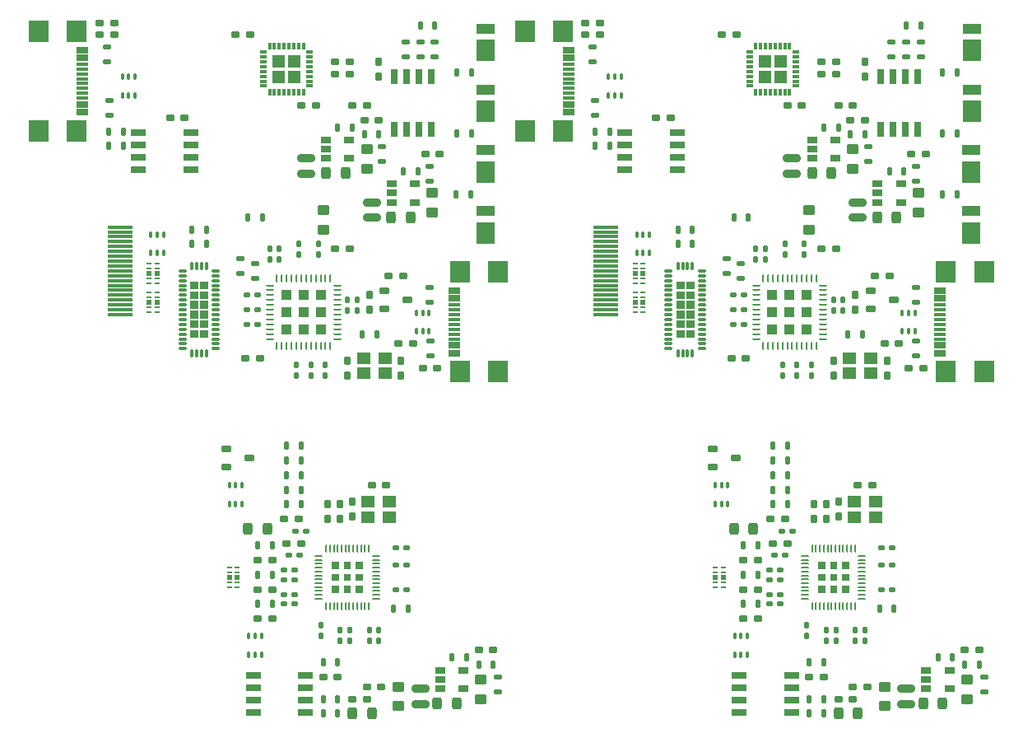
<source format=gtp>
%FSLAX46Y46*%
%MOMM*%
%AMPS40*
21,1,1.000000,1.000000,0.000000,0.000000,180.000000*
4,1,4,
-1.250000,0.500000,
-1.250000,-0.500000,
-2.250000,-0.500000,
-2.250000,0.500000,
-1.250000,0.500000,
0*
4,1,4,
2.250000,-1.250000,
2.250000,-2.250000,
1.250000,-2.250000,
1.250000,-1.250000,
2.250000,-1.250000,
0*
4,1,4,
-1.250000,2.250000,
-1.250000,1.250000,
-2.250000,1.250000,
-2.250000,2.250000,
-1.250000,2.250000,
0*
4,1,4,
2.250000,0.500000,
2.250000,-0.500000,
1.250000,-0.500000,
1.250000,0.500000,
2.250000,0.500000,
0*
4,1,4,
-1.250000,-1.250000,
-1.250000,-2.250000,
-2.250000,-2.250000,
-2.250000,-1.250000,
-1.250000,-1.250000,
0*
4,1,4,
2.250000,2.250000,
2.250000,1.250000,
1.250000,1.250000,
1.250000,2.250000,
2.250000,2.250000,
0*
4,1,4,
0.500000,2.250000,
0.500000,1.250000,
-0.500000,1.250000,
-0.500000,2.250000,
0.500000,2.250000,
0*
4,1,4,
0.500000,-1.250000,
0.500000,-2.250000,
-0.500000,-2.250000,
-0.500000,-1.250000,
0.500000,-1.250000,
0*
%
%ADD40PS40*%
%AMPS44*
21,1,0.750000,0.750000,0.000000,0.000000,90.000000*
4,1,4,
0.375000,0.875000,
-0.375000,0.875000,
-0.375000,1.625000,
0.375000,1.625000,
0.375000,0.875000,
0*
4,1,4,
-0.875000,-1.625000,
-1.625000,-1.625000,
-1.625000,-0.875000,
-0.875000,-0.875000,
-0.875000,-1.625000,
0*
4,1,4,
1.625000,0.875000,
0.875000,0.875000,
0.875000,1.625000,
1.625000,1.625000,
1.625000,0.875000,
0*
4,1,4,
0.375000,-1.625000,
-0.375000,-1.625000,
-0.375000,-0.875000,
0.375000,-0.875000,
0.375000,-1.625000,
0*
4,1,4,
-0.875000,0.875000,
-1.625000,0.875000,
-1.625000,1.625000,
-0.875000,1.625000,
-0.875000,0.875000,
0*
4,1,4,
1.625000,-1.625000,
0.875000,-1.625000,
0.875000,-0.875000,
1.625000,-0.875000,
1.625000,-1.625000,
0*
4,1,4,
1.625000,-0.375000,
0.875000,-0.375000,
0.875000,0.375000,
1.625000,0.375000,
1.625000,-0.375000,
0*
4,1,4,
-0.875000,-0.375000,
-1.625000,-0.375000,
-1.625000,0.375000,
-0.875000,0.375000,
-0.875000,-0.375000,
0*
%
%ADD44PS44*%
%AMPS23*
21,1,0.250000,0.500000,0.000000,0.000000,90.000000*
%
%ADD23PS23*%
%AMPS26*
21,1,0.250000,0.500000,0.000000,0.000000,270.000000*
%
%ADD26PS26*%
%AMPS46*
21,1,0.600000,1.500000,0.000000,0.000000,0.000000*
%
%ADD46PS46*%
%AMPS35*
21,1,0.600000,1.500000,0.000000,0.000000,90.000000*
%
%ADD35PS35*%
%AMPS47*
21,1,0.600000,1.500000,0.000000,0.000000,180.000000*
%
%ADD47PS47*%
%AMPS34*
21,1,0.600000,1.500000,0.000000,0.000000,270.000000*
%
%ADD34PS34*%
%AMPS24*
21,1,0.450000,0.500000,0.000000,0.000000,90.000000*
%
%ADD24PS24*%
%AMPS25*
21,1,0.450000,0.500000,0.000000,0.000000,270.000000*
%
%ADD25PS25*%
%AMPS53*
21,1,0.600000,1.150000,0.000000,0.000000,90.000000*
%
%ADD53PS53*%
%AMPS28*
21,1,0.600000,1.150000,0.000000,0.000000,270.000000*
%
%ADD28PS28*%
%AMPS57*
21,1,0.300000,0.600000,0.000000,0.000000,0.000000*
%
%ADD57PS57*%
%AMPS59*
21,1,0.300000,0.600000,0.000000,0.000000,90.000000*
%
%ADD59PS59*%
%AMPS58*
21,1,0.300000,0.600000,0.000000,0.000000,180.000000*
%
%ADD58PS58*%
%AMPS60*
21,1,0.300000,0.600000,0.000000,0.000000,270.000000*
%
%ADD60PS60*%
%AMPS33*
21,1,1.100000,1.880000,0.000000,0.000000,90.000000*
%
%ADD33PS33*%
%AMPS63*
21,1,0.300000,2.600000,0.000000,0.000000,270.000000*
%
%ADD63PS63*%
%AMPS32*
21,1,2.200000,1.880000,0.000000,0.000000,90.000000*
%
%ADD32PS32*%
%AMPS54*
21,1,2.180000,2.000000,0.000000,0.000000,90.000000*
%
%ADD54PS54*%
%AMPS29*
21,1,2.180000,2.000000,0.000000,0.000000,270.000000*
%
%ADD29PS29*%
%AMPS55*
21,1,0.300000,1.150000,0.000000,0.000000,90.000000*
%
%ADD55PS55*%
%AMPS30*
21,1,0.300000,1.150000,0.000000,0.000000,270.000000*
%
%ADD30PS30*%
%AMPS45*
21,1,0.700000,1.000000,0.000000,0.000000,270.000000*
%
%ADD45PS45*%
%AMPS52*
21,1,1.400000,1.200000,0.000000,0.000000,0.000000*
%
%ADD52PS52*%
%AMPS56*
21,1,1.400000,1.200000,0.000000,0.000000,180.000000*
%
%ADD56PS56*%
%AMPS50*
4,1,4,
-0.100000,-2.100000,
-0.100000,-2.900000,
-0.900000,-2.900000,
-0.900000,-2.100000,
-0.100000,-2.100000,
0*
4,1,4,
0.900000,0.900000,
0.900000,0.100000,
0.100000,0.100000,
0.100000,0.900000,
0.900000,0.900000,
0*
4,1,4,
-0.100000,1.900000,
-0.100000,1.100000,
-0.900000,1.100000,
-0.900000,1.900000,
-0.100000,1.900000,
0*
4,1,4,
-0.100000,0.900000,
-0.100000,0.100000,
-0.900000,0.100000,
-0.900000,0.900000,
-0.100000,0.900000,
0*
4,1,4,
0.900000,1.900000,
0.900000,1.100000,
0.100000,1.100000,
0.100000,1.900000,
0.900000,1.900000,
0*
4,1,4,
-0.100000,-1.100000,
-0.100000,-1.900000,
-0.900000,-1.900000,
-0.900000,-1.100000,
-0.100000,-1.100000,
0*
4,1,4,
0.900000,-0.100000,
0.900000,-0.900000,
0.100000,-0.900000,
0.100000,-0.100000,
0.900000,-0.100000,
0*
4,1,4,
0.900000,2.900000,
0.900000,2.100000,
0.100000,2.100000,
0.100000,2.900000,
0.900000,2.900000,
0*
4,1,4,
0.900000,-2.100000,
0.900000,-2.900000,
0.100000,-2.900000,
0.100000,-2.100000,
0.900000,-2.100000,
0*
4,1,4,
0.900000,-1.100000,
0.900000,-1.900000,
0.100000,-1.900000,
0.100000,-1.100000,
0.900000,-1.100000,
0*
4,1,4,
-0.100000,2.900000,
-0.100000,2.100000,
-0.900000,2.100000,
-0.900000,2.900000,
-0.100000,2.900000,
0*
4,1,4,
-0.100000,-0.100000,
-0.100000,-0.900000,
-0.900000,-0.900000,
-0.900000,-0.100000,
-0.100000,-0.100000,
0*
%
%ADD50PS50*%
%AMPS21*
1,1,0.360000,-0.220000,-0.195000*
1,1,0.360000,-0.220000,0.195000*
21,1,0.800000,0.390000,0.000000,0.000000,0.000000*
21,1,0.440000,0.750000,0.000000,0.000000,0.000000*
1,1,0.360000,0.220000,-0.195000*
1,1,0.360000,0.220000,0.195000*
%
%ADD21PS21*%
%AMPS51*
1,1,0.360000,0.195000,-0.220000*
1,1,0.360000,-0.195000,-0.220000*
21,1,0.800000,0.390000,0.000000,0.000000,90.000000*
21,1,0.440000,0.750000,0.000000,0.000000,90.000000*
1,1,0.360000,0.195000,0.220000*
1,1,0.360000,-0.195000,0.220000*
%
%ADD51PS51*%
%AMPS13*
1,1,0.360000,0.220000,0.195000*
1,1,0.360000,0.220000,-0.195000*
21,1,0.800000,0.390000,0.000000,0.000000,180.000000*
21,1,0.440000,0.750000,0.000000,0.000000,180.000000*
1,1,0.360000,-0.220000,0.195000*
1,1,0.360000,-0.220000,-0.195000*
%
%ADD13PS13*%
%AMPS36*
1,1,0.360000,-0.195000,0.220000*
1,1,0.360000,0.195000,0.220000*
21,1,0.800000,0.390000,0.000000,0.000000,270.000000*
21,1,0.440000,0.750000,0.000000,0.000000,270.000000*
1,1,0.360000,-0.195000,-0.220000*
1,1,0.360000,0.195000,-0.220000*
%
%ADD36PS36*%
%AMPS12*
1,1,0.500000,-0.250000,-0.375000*
1,1,0.500000,-0.250000,0.375000*
21,1,1.000000,0.750000,0.000000,0.000000,0.000000*
21,1,0.500000,1.250000,0.000000,0.000000,0.000000*
1,1,0.500000,0.250000,-0.375000*
1,1,0.500000,0.250000,0.375000*
%
%ADD12PS12*%
%AMPS14*
1,1,0.500000,0.375000,-0.250000*
1,1,0.500000,-0.375000,-0.250000*
21,1,1.000000,0.750000,0.000000,0.000000,90.000000*
21,1,0.500000,1.250000,0.000000,0.000000,90.000000*
1,1,0.500000,0.375000,0.250000*
1,1,0.500000,-0.375000,0.250000*
%
%ADD14PS14*%
%AMPS62*
1,1,0.500000,0.250000,0.375000*
1,1,0.500000,0.250000,-0.375000*
21,1,1.000000,0.750000,0.000000,0.000000,180.000000*
21,1,0.500000,1.250000,0.000000,0.000000,180.000000*
1,1,0.500000,-0.250000,0.375000*
1,1,0.500000,-0.250000,-0.375000*
%
%ADD62PS62*%
%AMPS19*
1,1,0.500000,-0.375000,0.250000*
1,1,0.500000,0.375000,0.250000*
21,1,1.000000,0.750000,0.000000,0.000000,270.000000*
21,1,0.500000,1.250000,0.000000,0.000000,270.000000*
1,1,0.500000,-0.375000,-0.250000*
1,1,0.500000,0.375000,-0.250000*
%
%ADD19PS19*%
%AMPS39*
1,1,0.125000,0.062500,0.337500*
1,1,0.125000,0.062500,-0.337500*
21,1,0.250000,0.675000,0.000000,0.000000,180.000000*
21,1,0.125000,0.800000,0.000000,0.000000,180.000000*
1,1,0.125000,-0.062500,0.337500*
1,1,0.125000,-0.062500,-0.337500*
%
%ADD39PS39*%
%AMPS15*
1,1,0.240000,-0.130000,-0.330000*
1,1,0.240000,-0.130000,0.330000*
21,1,0.500000,0.660000,0.000000,0.000000,0.000000*
21,1,0.260000,0.900000,0.000000,0.000000,0.000000*
1,1,0.240000,0.130000,-0.330000*
1,1,0.240000,0.130000,0.330000*
%
%ADD15PS15*%
%AMPS27*
1,1,0.240000,0.330000,-0.130000*
1,1,0.240000,-0.330000,-0.130000*
21,1,0.500000,0.660000,0.000000,0.000000,90.000000*
21,1,0.260000,0.900000,0.000000,0.000000,90.000000*
1,1,0.240000,0.330000,0.130000*
1,1,0.240000,-0.330000,0.130000*
%
%ADD27PS27*%
%AMPS11*
1,1,0.240000,0.130000,0.330000*
1,1,0.240000,0.130000,-0.330000*
21,1,0.500000,0.660000,0.000000,0.000000,180.000000*
21,1,0.260000,0.900000,0.000000,0.000000,180.000000*
1,1,0.240000,-0.130000,0.330000*
1,1,0.240000,-0.130000,-0.330000*
%
%ADD11PS11*%
%AMPS31*
1,1,0.240000,-0.330000,0.130000*
1,1,0.240000,0.330000,0.130000*
21,1,0.500000,0.660000,0.000000,0.000000,270.000000*
21,1,0.260000,0.900000,0.000000,0.000000,270.000000*
1,1,0.240000,-0.330000,-0.130000*
1,1,0.240000,0.330000,-0.130000*
%
%ADD31PS31*%
%AMPS18*
1,1,0.200000,-0.110000,-0.200000*
1,1,0.200000,-0.110000,0.200000*
21,1,0.420000,0.400000,0.000000,0.000000,0.000000*
21,1,0.220000,0.600000,0.000000,0.000000,0.000000*
1,1,0.200000,0.110000,-0.200000*
1,1,0.200000,0.110000,0.200000*
%
%ADD18PS18*%
%AMPS17*
1,1,0.200000,0.110000,0.200000*
1,1,0.200000,0.110000,-0.200000*
21,1,0.420000,0.400000,0.000000,0.000000,180.000000*
21,1,0.220000,0.600000,0.000000,0.000000,180.000000*
1,1,0.200000,-0.110000,0.200000*
1,1,0.200000,-0.110000,-0.200000*
%
%ADD17PS17*%
%AMPS42*
1,1,0.100000,0.050000,-0.375000*
1,1,0.100000,-0.050000,-0.375000*
21,1,0.850000,0.100000,0.000000,0.000000,90.000000*
21,1,0.750000,0.200000,0.000000,0.000000,90.000000*
1,1,0.100000,0.050000,0.375000*
1,1,0.100000,-0.050000,0.375000*
%
%ADD42PS42*%
%AMPS16*
1,1,0.500000,-0.650000,0.150000*
1,1,0.500000,0.650000,0.150000*
21,1,0.800000,1.300000,0.000000,0.000000,270.000000*
21,1,0.300000,1.800000,0.000000,0.000000,270.000000*
1,1,0.500000,-0.650000,-0.150000*
1,1,0.500000,0.650000,-0.150000*
%
%ADD16PS16*%
%AMPS37*
1,1,0.240000,-0.180000,-0.130000*
1,1,0.240000,-0.180000,0.130000*
21,1,0.600000,0.260000,0.000000,0.000000,0.000000*
21,1,0.360000,0.500000,0.000000,0.000000,0.000000*
1,1,0.240000,0.180000,-0.130000*
1,1,0.240000,0.180000,0.130000*
%
%ADD37PS37*%
%AMPS10*
1,1,0.240000,0.130000,-0.180000*
1,1,0.240000,-0.130000,-0.180000*
21,1,0.600000,0.260000,0.000000,0.000000,90.000000*
21,1,0.360000,0.500000,0.000000,0.000000,90.000000*
1,1,0.240000,0.130000,0.180000*
1,1,0.240000,-0.130000,0.180000*
%
%ADD10PS10*%
%AMPS22*
1,1,0.240000,0.180000,0.130000*
1,1,0.240000,0.180000,-0.130000*
21,1,0.600000,0.260000,0.000000,0.000000,180.000000*
21,1,0.360000,0.500000,0.000000,0.000000,180.000000*
1,1,0.240000,-0.180000,0.130000*
1,1,0.240000,-0.180000,-0.130000*
%
%ADD22PS22*%
%AMPS20*
1,1,0.240000,-0.130000,0.180000*
1,1,0.240000,0.130000,0.180000*
21,1,0.600000,0.260000,0.000000,0.000000,270.000000*
21,1,0.360000,0.500000,0.000000,0.000000,270.000000*
1,1,0.240000,-0.130000,-0.180000*
1,1,0.240000,0.130000,-0.180000*
%
%ADD20PS20*%
%AMPS41*
1,1,0.340000,0.330000,-0.180000*
1,1,0.340000,-0.330000,-0.180000*
21,1,0.700000,0.660000,0.000000,0.000000,90.000000*
21,1,0.360000,1.000000,0.000000,0.000000,90.000000*
1,1,0.340000,0.330000,0.180000*
1,1,0.340000,-0.330000,0.180000*
%
%ADD41PS41*%
%AMPS43*
1,1,0.100000,0.375000,-0.050000*
1,1,0.100000,-0.375000,-0.050000*
21,1,0.200000,0.750000,0.000000,0.000000,90.000000*
21,1,0.100000,0.850000,0.000000,0.000000,90.000000*
1,1,0.100000,0.375000,0.050000*
1,1,0.100000,-0.375000,0.050000*
%
%ADD43PS43*%
%AMPS49*
1,1,0.124000,0.088000,0.363000*
1,1,0.124000,0.088000,-0.363000*
21,1,0.300000,0.726000,0.000000,0.000000,180.000000*
21,1,0.176000,0.850000,0.000000,0.000000,180.000000*
1,1,0.124000,-0.088000,0.363000*
1,1,0.124000,-0.088000,-0.363000*
%
%ADD49PS49*%
%AMPS48*
1,1,0.124000,-0.363000,0.088000*
1,1,0.124000,0.363000,0.088000*
21,1,0.300000,0.726000,0.000000,0.000000,270.000000*
21,1,0.176000,0.850000,0.000000,0.000000,270.000000*
1,1,0.124000,-0.363000,-0.088000*
1,1,0.124000,0.363000,-0.088000*
%
%ADD48PS48*%
%AMPS38*
1,1,0.125000,0.337500,0.062500*
1,1,0.125000,0.337500,-0.062500*
21,1,0.800000,0.125000,0.000000,0.000000,180.000000*
21,1,0.675000,0.250000,0.000000,0.000000,180.000000*
1,1,0.125000,-0.337500,0.062500*
1,1,0.125000,-0.337500,-0.062500*
%
%ADD38PS38*%
%AMPS61*
4,1,4,
-0.206250,1.443750,
-0.206250,0.206250,
-1.443750,0.206250,
-1.443750,1.443750,
-0.206250,1.443750,
0*
4,1,4,
-0.206250,-0.206250,
-0.206250,-1.443750,
-1.443750,-1.443750,
-1.443750,-0.206250,
-0.206250,-0.206250,
0*
4,1,4,
1.443750,-0.206250,
1.443750,-1.443750,
0.206250,-1.443750,
0.206250,-0.206250,
1.443750,-0.206250,
0*
4,1,4,
1.443750,1.443750,
1.443750,0.206250,
0.206250,0.206250,
0.206250,1.443750,
1.443750,1.443750,
0*
%
%ADD61PS61*%
G01*
%LPD*%
G01*
%LPD*%
G75*
D10*
X22000000Y17300000D03*
D10*
X22000000Y16200000D03*
D11*
X20250000Y-9500000D03*
D11*
X18750000Y-9500000D03*
D11*
X20250000Y-5000000D03*
D11*
X18750000Y-5000000D03*
D12*
X29500056Y19999992D03*
D12*
X31500056Y19999992D03*
D13*
X13500000Y38750000D03*
D13*
X15000000Y38750000D03*
D14*
X22500008Y18750056D03*
D14*
X22500008Y20750056D03*
D15*
X15750000Y-19750000D03*
D15*
X17250000Y-19750000D03*
D15*
X29750000Y-20250000D03*
D15*
X31250000Y-20250000D03*
D16*
X20749992Y26049944D03*
D16*
X20749992Y24449944D03*
D15*
X461051Y28824203D03*
D15*
X1961051Y28824203D03*
D17*
X12850000Y-7550000D03*
D17*
X14150000Y-7550000D03*
D17*
X13500000Y-7550000D03*
D18*
X12850000Y-9450000D03*
D18*
X14150000Y-9450000D03*
D18*
X13500000Y-9450000D03*
D11*
X25500000Y29250000D03*
D11*
X24000000Y29250000D03*
D14*
X27000008Y25000056D03*
D14*
X27000008Y27000056D03*
D13*
X25500000Y-29500000D03*
D13*
X27000000Y-29500000D03*
D19*
X30249992Y-28250056D03*
D19*
X30249992Y-30250056D03*
D20*
X21250000Y3700000D03*
D20*
X21250000Y4800000D03*
D11*
X10500000Y17250000D03*
D11*
X9000000Y17250000D03*
D10*
X17000000Y16800000D03*
D10*
X17000000Y15700000D03*
D21*
X25250000Y34750000D03*
D21*
X23750000Y34750000D03*
D22*
X18450000Y-17250000D03*
D22*
X19550000Y-17250000D03*
D23*
X5400000Y13249998D03*
D23*
X5400000Y15249998D03*
D24*
X5400000Y14249998D03*
D25*
X4600000Y14249998D03*
D26*
X4600000Y15249998D03*
D26*
X4600000Y13249998D03*
D23*
X5400000Y13749998D03*
D26*
X4600000Y13749998D03*
D23*
X5400000Y14749998D03*
D26*
X4600000Y14749998D03*
D10*
X18000000Y16800000D03*
D10*
X18000000Y15700000D03*
D12*
X25500056Y-31000008D03*
D12*
X27500056Y-31000008D03*
D15*
X36250000Y28625000D03*
D15*
X37750000Y28625000D03*
D17*
X1850000Y34450000D03*
D17*
X3150000Y34450000D03*
D17*
X2500000Y34450000D03*
D18*
X1850000Y32550000D03*
D18*
X3150000Y32550000D03*
D18*
X2500000Y32550000D03*
D13*
X15750000Y-21250000D03*
D13*
X17250000Y-21250000D03*
D27*
X28587500Y25750000D03*
D27*
X28587500Y27250000D03*
D13*
X27500000Y-7500000D03*
D13*
X29000000Y-7500000D03*
D13*
X23750000Y16750000D03*
D13*
X25250000Y16750000D03*
D28*
X-2245000Y30800000D03*
D29*
X-2820000Y39110000D03*
D30*
X-2245000Y35250000D03*
D29*
X-6750000Y28890000D03*
D30*
X-2245000Y32750000D03*
D29*
X-2820000Y28890000D03*
D30*
X-2245000Y34250000D03*
D30*
X-2245000Y35750000D03*
D30*
X-2245000Y32250000D03*
D28*
X-2245000Y36400000D03*
D29*
X-6750000Y39110000D03*
D30*
X-2245000Y33750000D03*
D28*
X-2245000Y31600000D03*
D28*
X-2245000Y37200000D03*
D30*
X-2245000Y34750000D03*
D30*
X-2245000Y33250000D03*
D23*
X13650000Y-18000002D03*
D23*
X13650000Y-16000002D03*
D24*
X13650000Y-17000002D03*
D25*
X12850000Y-17000002D03*
D26*
X12850000Y-16000002D03*
D26*
X12850000Y-18000002D03*
D23*
X13650000Y-17500002D03*
D26*
X12850000Y-17500002D03*
D23*
X13650000Y-16500002D03*
D26*
X12850000Y-16500002D03*
D31*
X33520000Y7250000D03*
D31*
X33520000Y5750000D03*
D32*
X39250000Y30905000D03*
D33*
X39250000Y33145000D03*
D13*
X32750000Y4500000D03*
D13*
X34250000Y4500000D03*
D27*
X500000Y30500000D03*
D27*
X500000Y32000000D03*
D22*
X18450000Y-18750000D03*
D22*
X19550000Y-18750000D03*
D10*
X26000000Y11550000D03*
D10*
X26000000Y10450000D03*
D34*
X15300000Y-28365000D03*
D34*
X15300000Y-30905000D03*
D35*
X20700000Y-28365000D03*
D34*
X15300000Y-27095000D03*
D34*
X15300000Y-29635000D03*
D35*
X20700000Y-30905000D03*
D35*
X20700000Y-29635000D03*
D35*
X20700000Y-27095000D03*
D36*
X24250000Y-11000000D03*
D36*
X24250000Y-9500000D03*
D13*
X33000000Y26500000D03*
D13*
X34500000Y26500000D03*
D11*
X40000000Y-26000000D03*
D11*
X38500000Y-26000000D03*
D17*
X14850000Y-23050000D03*
D17*
X16150000Y-23050000D03*
D17*
X15500000Y-23050000D03*
D18*
X14850000Y-24950000D03*
D18*
X16150000Y-24950000D03*
D18*
X15500000Y-24950000D03*
D11*
X24000000Y-29500000D03*
D11*
X22500000Y-29500000D03*
D22*
X19700000Y-12250000D03*
D22*
X20800000Y-12250000D03*
D15*
X22500000Y-25750000D03*
D15*
X24000000Y-25750000D03*
D22*
X18450000Y-19750000D03*
D22*
X19550000Y-19750000D03*
D10*
X20000000Y17300000D03*
D10*
X20000000Y16200000D03*
D21*
X1000000Y38750000D03*
D21*
X-500000Y38750000D03*
D27*
X250000Y36000000D03*
D27*
X250000Y37500000D03*
D22*
X14700000Y9000000D03*
D22*
X15800000Y9000000D03*
D37*
X31050000Y-15750000D03*
D37*
X29950000Y-15750000D03*
D31*
X34000000Y38000000D03*
D31*
X34000000Y36500000D03*
D13*
X38500000Y-24500000D03*
D13*
X40000000Y-24500000D03*
D11*
X10500000Y18750000D03*
D11*
X9000000Y18750000D03*
D11*
X37250000Y-25250000D03*
D11*
X35750000Y-25250000D03*
D38*
X23950000Y10500000D03*
D39*
X21750000Y6800000D03*
D39*
X21250000Y6800000D03*
D38*
X23950000Y13000000D03*
D38*
X23950000Y9500000D03*
D39*
X20750000Y13700000D03*
D39*
X18750000Y6800000D03*
D40*
X20500000Y10250000D03*
D38*
X17050000Y7500000D03*
D38*
X23950000Y7500000D03*
D39*
X21250000Y13700000D03*
D38*
X17050000Y13000000D03*
D38*
X23950000Y11000000D03*
D39*
X20250000Y13700000D03*
D38*
X17050000Y11500000D03*
D38*
X23950000Y10000000D03*
D38*
X23950000Y12500000D03*
D38*
X17050000Y10000000D03*
D38*
X17050000Y12500000D03*
D39*
X19250000Y13700000D03*
D39*
X21750000Y13700000D03*
D39*
X17750000Y6800000D03*
D38*
X23950000Y12000000D03*
D39*
X23250000Y6800000D03*
D38*
X23950000Y9000000D03*
D38*
X17050000Y10500000D03*
D39*
X20750000Y6800000D03*
D39*
X20250000Y6800000D03*
D39*
X18250000Y6800000D03*
D38*
X17050000Y9000000D03*
D39*
X18250000Y13700000D03*
D39*
X22750000Y6800000D03*
D38*
X17050000Y8500000D03*
D38*
X23950000Y8500000D03*
D38*
X17050000Y9500000D03*
D38*
X23950000Y11500000D03*
D38*
X17050000Y12000000D03*
D39*
X17750000Y13700000D03*
D38*
X17050000Y8000000D03*
D39*
X18750000Y13700000D03*
D39*
X23250000Y13700000D03*
D39*
X22250000Y13700000D03*
D39*
X22250000Y6800000D03*
D39*
X22750000Y13700000D03*
D38*
X17050000Y11000000D03*
D38*
X23950000Y8000000D03*
D39*
X19250000Y6800000D03*
D39*
X19750000Y13700000D03*
D39*
X19750000Y6800000D03*
D18*
X33400000Y8300000D03*
D18*
X32100000Y8300000D03*
D18*
X32750000Y8300000D03*
D17*
X33400000Y10200000D03*
D17*
X32100000Y10200000D03*
D17*
X32750000Y10200000D03*
D14*
X38750008Y-29499944D03*
D14*
X38750008Y-27499944D03*
D41*
X31200000Y11500000D03*
D41*
X28800000Y12450000D03*
D41*
X28800000Y10550000D03*
D13*
X15750000Y-15250000D03*
D13*
X17250000Y-15250000D03*
D31*
X33500000Y12750000D03*
D31*
X33500000Y11250000D03*
D42*
X24800000Y-19950000D03*
D42*
X23200000Y-14050000D03*
D43*
X22050000Y-17600000D03*
D42*
X24400000Y-14050000D03*
D42*
X22800000Y-14050000D03*
D43*
X22050000Y-18800000D03*
D43*
X27950000Y-18000000D03*
D42*
X26800000Y-19950000D03*
D44*
X25000000Y-17000000D03*
D43*
X22050000Y-16000000D03*
D43*
X22050000Y-16800000D03*
D42*
X27200000Y-19950000D03*
D43*
X27950000Y-15200000D03*
D43*
X27950000Y-16800000D03*
D42*
X26000000Y-19950000D03*
D43*
X27950000Y-16400000D03*
D43*
X27950000Y-18400000D03*
D42*
X24800000Y-14050000D03*
D42*
X22800000Y-19950000D03*
D43*
X27950000Y-18800000D03*
D43*
X22050000Y-18000000D03*
D43*
X22050000Y-16400000D03*
D43*
X27950000Y-17600000D03*
D42*
X23200000Y-19950000D03*
D43*
X27950000Y-14800000D03*
D42*
X24000000Y-19950000D03*
D42*
X23600000Y-14050000D03*
D42*
X25200000Y-14050000D03*
D43*
X22050000Y-14800000D03*
D42*
X25600000Y-14050000D03*
D42*
X26400000Y-14050000D03*
D43*
X27950000Y-19200000D03*
D42*
X26800000Y-14050000D03*
D42*
X25200000Y-19950000D03*
D42*
X24400000Y-19950000D03*
D43*
X27950000Y-17200000D03*
D42*
X26400000Y-19950000D03*
D43*
X22050000Y-15200000D03*
D43*
X27950000Y-15600000D03*
D43*
X22050000Y-17200000D03*
D43*
X22050000Y-15600000D03*
D42*
X25600000Y-19950000D03*
D42*
X27200000Y-14050000D03*
D42*
X23600000Y-19950000D03*
D42*
X26000000Y-14050000D03*
D43*
X27950000Y-16000000D03*
D42*
X24000000Y-14050000D03*
D43*
X22050000Y-18400000D03*
D43*
X22050000Y-19200000D03*
D21*
X8250000Y30250000D03*
D21*
X6750000Y30250000D03*
D35*
X8911051Y26189203D03*
D35*
X8911051Y28729203D03*
D34*
X3511051Y26189203D03*
D35*
X8911051Y24919203D03*
D35*
X8911051Y27459203D03*
D34*
X3511051Y28729203D03*
D34*
X3511051Y27459203D03*
D34*
X3511051Y24919203D03*
D36*
X23000000Y-11000000D03*
D36*
X23000000Y-9500000D03*
D15*
X461051Y27324203D03*
D15*
X1961051Y27324203D03*
D45*
X22800000Y27000000D03*
D45*
X25200000Y26050000D03*
D45*
X22800000Y27950000D03*
D45*
X25200000Y27950000D03*
D45*
X22800000Y26050000D03*
D21*
X24000000Y-27250000D03*
D21*
X22500000Y-27250000D03*
D13*
X29250000Y14000000D03*
D13*
X30750000Y14000000D03*
D15*
X32500000Y39750000D03*
D15*
X34000000Y39750000D03*
D23*
X5400000Y10249998D03*
D23*
X5400000Y12249998D03*
D24*
X5400000Y11249998D03*
D25*
X4600000Y11249998D03*
D26*
X4600000Y12249998D03*
D26*
X4600000Y10249998D03*
D23*
X5400000Y10749998D03*
D26*
X4600000Y10749998D03*
D23*
X5400000Y11749998D03*
D26*
X4600000Y11749998D03*
D11*
X20250000Y-8000000D03*
D11*
X18750000Y-8000000D03*
D13*
X-500000Y40000000D03*
D13*
X1000000Y40000000D03*
D20*
X22250000Y-23050000D03*
D20*
X22250000Y-21950000D03*
D22*
X14700000Y12000000D03*
D22*
X15800000Y12000000D03*
D46*
X31115000Y29050000D03*
D46*
X33655000Y29050000D03*
D47*
X31115000Y34450000D03*
D46*
X29845000Y29050000D03*
D46*
X32385000Y29050000D03*
D47*
X33655000Y34450000D03*
D47*
X32385000Y34450000D03*
D47*
X29845000Y34450000D03*
D17*
X4775000Y18250000D03*
D17*
X6075000Y18250000D03*
D17*
X5425000Y18250000D03*
D18*
X4775000Y16350000D03*
D18*
X6075000Y16350000D03*
D18*
X5425000Y16350000D03*
D48*
X8025000Y12000000D03*
D48*
X8025000Y10000001D03*
D48*
X8025000Y9500000D03*
D48*
X11475000Y8000000D03*
D48*
X8025000Y9000000D03*
D49*
X10000062Y14975000D03*
D49*
X9499938Y6025000D03*
D48*
X8025000Y8000000D03*
D48*
X11475000Y6500000D03*
D48*
X11475000Y6999999D03*
D48*
X11475000Y7500001D03*
D48*
X8025000Y6999999D03*
D48*
X11475000Y13000000D03*
D48*
X8025000Y6500000D03*
D48*
X11475000Y13499999D03*
D49*
X9499938Y14975000D03*
D48*
X11475000Y8499999D03*
D48*
X11475000Y9000000D03*
D50*
X9750000Y10500000D03*
D48*
X8025000Y14000001D03*
D48*
X8025000Y10999999D03*
D48*
X11475000Y14000001D03*
D48*
X8025000Y10500000D03*
D48*
X8025000Y7500001D03*
D48*
X11475000Y12500001D03*
D48*
X11475000Y11500000D03*
D48*
X11475000Y14500000D03*
D49*
X8999811Y6025000D03*
D48*
X11475000Y10500000D03*
D49*
X10000062Y6025000D03*
D48*
X8025000Y13499999D03*
D48*
X11475000Y9500000D03*
D49*
X10500189Y6025000D03*
D49*
X8999811Y14975000D03*
D48*
X8025000Y12500001D03*
D49*
X10500189Y14975000D03*
D48*
X8025000Y8499999D03*
D48*
X8025000Y11500000D03*
D48*
X11475000Y12000000D03*
D48*
X11475000Y10000001D03*
D48*
X8025000Y13000000D03*
D48*
X8025000Y14500000D03*
D48*
X11475000Y10999999D03*
D10*
X25000000Y11550000D03*
D10*
X25000000Y10450000D03*
D11*
X16250000Y20000000D03*
D11*
X14750000Y20000000D03*
D27*
X40500000Y-28750000D03*
D27*
X40500000Y-27250000D03*
D16*
X27499992Y21549944D03*
D16*
X27499992Y19949944D03*
D22*
X14700000Y10500000D03*
D22*
X15800000Y10500000D03*
D15*
X15750000Y-16750000D03*
D15*
X17250000Y-16750000D03*
D13*
X15750000Y-18250000D03*
D13*
X17250000Y-18250000D03*
D15*
X36200000Y22375000D03*
D15*
X37700000Y22375000D03*
D51*
X27250000Y12000000D03*
D51*
X27250000Y10500000D03*
D13*
X20250000Y31500000D03*
D13*
X21750000Y31500000D03*
D31*
X31000000Y38000000D03*
D31*
X31000000Y36500000D03*
D22*
X18450000Y-16250000D03*
D22*
X19550000Y-16250000D03*
D51*
X28250000Y36000000D03*
D51*
X28250000Y34500000D03*
D11*
X32250000Y24750000D03*
D11*
X30750000Y24750000D03*
D52*
X29350000Y-9200000D03*
D52*
X27150000Y-9200000D03*
D52*
X27150000Y-10800000D03*
D52*
X29350000Y-10800000D03*
D27*
X14000000Y14250000D03*
D27*
X14000000Y15750000D03*
D31*
X32500000Y38000000D03*
D31*
X32500000Y36500000D03*
D20*
X19750000Y3700000D03*
D20*
X19750000Y4800000D03*
D12*
X34250056Y-30000008D03*
D12*
X36250056Y-30000008D03*
D37*
X31050000Y-18250000D03*
D37*
X29950000Y-18250000D03*
D15*
X15750000Y-13750000D03*
D15*
X17250000Y-13750000D03*
D41*
X14950000Y-4750000D03*
D41*
X12550000Y-3800000D03*
D41*
X12550000Y-5700000D03*
D20*
X28250000Y-23550000D03*
D20*
X28250000Y-22450000D03*
D11*
X28250000Y28500000D03*
D11*
X26750000Y28500000D03*
D32*
X39200000Y18405000D03*
D33*
X39200000Y20645000D03*
D53*
X35995000Y12450000D03*
D54*
X36570000Y4140000D03*
D55*
X35995000Y8000000D03*
D54*
X40500000Y14360000D03*
D55*
X35995000Y10500000D03*
D54*
X36570000Y14360000D03*
D55*
X35995000Y9000000D03*
D55*
X35995000Y7500000D03*
D55*
X35995000Y11000000D03*
D53*
X35995000Y6850000D03*
D54*
X40500000Y4140000D03*
D55*
X35995000Y9500000D03*
D53*
X35995000Y11650000D03*
D53*
X35995000Y6050000D03*
D55*
X35995000Y8500000D03*
D55*
X35995000Y10000000D03*
D56*
X26650000Y3950000D03*
D56*
X28850000Y3950000D03*
D56*
X28850000Y5550000D03*
D56*
X26650000Y5550000D03*
D21*
X16000000Y5500000D03*
D21*
X14500000Y5500000D03*
D57*
X18000000Y32900000D03*
D58*
X18000000Y37600000D03*
D59*
X21100000Y35000000D03*
D57*
X20500000Y32900000D03*
D60*
X16400000Y36000000D03*
D57*
X17000000Y32900000D03*
D58*
X19500000Y37600000D03*
D59*
X21100000Y35500000D03*
D60*
X16400000Y34000000D03*
D57*
X18500000Y32900000D03*
D59*
X21100000Y36000000D03*
D57*
X20000000Y32900000D03*
D58*
X18500000Y37600000D03*
D59*
X21100000Y37000000D03*
D58*
X20000000Y37600000D03*
D60*
X16400000Y36500000D03*
D58*
X19000000Y37600000D03*
D61*
X18750000Y35250000D03*
D60*
X16400000Y33500000D03*
D59*
X21100000Y34000000D03*
D60*
X16400000Y37000000D03*
D60*
X16400000Y34500000D03*
D60*
X16400000Y35000000D03*
D59*
X21100000Y34500000D03*
D60*
X16400000Y35500000D03*
D58*
X20500000Y37600000D03*
D58*
X17000000Y37600000D03*
D57*
X19000000Y32900000D03*
D58*
X17500000Y37600000D03*
D57*
X19500000Y32900000D03*
D57*
X17500000Y32900000D03*
D59*
X21100000Y33500000D03*
D59*
X21100000Y36500000D03*
D32*
X39250000Y37155000D03*
D33*
X39250000Y39395000D03*
D11*
X24000000Y-31000000D03*
D11*
X22500000Y-31000000D03*
D13*
X30250000Y7000000D03*
D13*
X31750000Y7000000D03*
D12*
X22800056Y24549882D03*
D12*
X24800056Y24549882D03*
D62*
X16749944Y-11999992D03*
D62*
X14749944Y-11999992D03*
D13*
X26750000Y30000000D03*
D13*
X28250000Y30000000D03*
D27*
X33500000Y23750000D03*
D27*
X33500000Y25250000D03*
D11*
X20250000Y-3500000D03*
D11*
X18750000Y-3500000D03*
D15*
X36250000Y34875000D03*
D15*
X37750000Y34875000D03*
D15*
X26500000Y8000000D03*
D15*
X28000000Y8000000D03*
D13*
X23750000Y36000000D03*
D13*
X25250000Y36000000D03*
D16*
X32499992Y-28450056D03*
D16*
X32499992Y-30050056D03*
D27*
X15500000Y13750000D03*
D27*
X15500000Y15250000D03*
D21*
X20250000Y-13500000D03*
D21*
X18750000Y-13500000D03*
D20*
X24250000Y-23550000D03*
D20*
X24250000Y-22450000D03*
D20*
X25250000Y-23550000D03*
D20*
X25250000Y-22450000D03*
D36*
X30500000Y3750000D03*
D36*
X30500000Y5250000D03*
D14*
X33750008Y20500056D03*
D14*
X33750008Y22500056D03*
D13*
X18500000Y-11000000D03*
D13*
X20000000Y-11000000D03*
D45*
X29550000Y22500000D03*
D45*
X31950000Y21550000D03*
D45*
X29550000Y23450000D03*
D45*
X31950000Y23450000D03*
D45*
X29550000Y21550000D03*
D21*
X27000000Y31500000D03*
D21*
X25500000Y31500000D03*
D11*
X20250000Y-6500000D03*
D11*
X18750000Y-6500000D03*
D20*
X27250000Y-23550000D03*
D20*
X27250000Y-22450000D03*
D63*
X1620000Y13000000D03*
D63*
X1620000Y18500000D03*
D63*
X1620000Y10000000D03*
D63*
X1620000Y10500000D03*
D63*
X1620000Y11000000D03*
D63*
X1620000Y16000000D03*
D63*
X1620000Y15500000D03*
D63*
X1620000Y17500000D03*
D63*
X1620000Y14000000D03*
D63*
X1620000Y12500000D03*
D63*
X1620000Y11500000D03*
D63*
X1620000Y15000000D03*
D63*
X1620000Y16500000D03*
D63*
X1620000Y19000000D03*
D63*
X1620000Y13500000D03*
D63*
X1620000Y14500000D03*
D63*
X1620000Y12000000D03*
D63*
X1620000Y18000000D03*
D63*
X1620000Y17000000D03*
D21*
X28500000Y-28250000D03*
D21*
X27000000Y-28250000D03*
D45*
X34550000Y-27500000D03*
D45*
X36950000Y-28450000D03*
D45*
X34550000Y-26550000D03*
D45*
X36950000Y-26550000D03*
D45*
X34550000Y-28450000D03*
D32*
X39200000Y24655000D03*
D33*
X39200000Y26895000D03*
D51*
X25500000Y-9250000D03*
D51*
X25500000Y-10750000D03*
D37*
X31050000Y-14000000D03*
D37*
X29950000Y-14000000D03*
D20*
X22750000Y3700000D03*
D20*
X22750000Y4800000D03*
D22*
X18950000Y-14750000D03*
D22*
X20050000Y-14750000D03*
D51*
X25000000Y5250000D03*
D51*
X25000000Y3750000D03*
D10*
X72000000Y17300000D03*
D10*
X72000000Y16200000D03*
D11*
X70250000Y-9500000D03*
D11*
X68750000Y-9500000D03*
D11*
X70250000Y-5000000D03*
D11*
X68750000Y-5000000D03*
D12*
X79500056Y19999992D03*
D12*
X81500056Y19999992D03*
D13*
X63500000Y38750000D03*
D13*
X65000000Y38750000D03*
D14*
X72500008Y18750056D03*
D14*
X72500008Y20750056D03*
D15*
X65750000Y-19750000D03*
D15*
X67250000Y-19750000D03*
D15*
X79750000Y-20250000D03*
D15*
X81250000Y-20250000D03*
D16*
X70749992Y26049944D03*
D16*
X70749992Y24449944D03*
D15*
X50461051Y28824203D03*
D15*
X51961051Y28824203D03*
D17*
X62850000Y-7550000D03*
D17*
X64150000Y-7550000D03*
D17*
X63500000Y-7550000D03*
D18*
X62850000Y-9450000D03*
D18*
X64150000Y-9450000D03*
D18*
X63500000Y-9450000D03*
D11*
X75500000Y29250000D03*
D11*
X74000000Y29250000D03*
D14*
X77000008Y25000056D03*
D14*
X77000008Y27000056D03*
D13*
X75500000Y-29500000D03*
D13*
X77000000Y-29500000D03*
D19*
X80249992Y-28250056D03*
D19*
X80249992Y-30250056D03*
D20*
X71250000Y3700000D03*
D20*
X71250000Y4800000D03*
D11*
X60500000Y17250000D03*
D11*
X59000000Y17250000D03*
D10*
X67000000Y16800000D03*
D10*
X67000000Y15700000D03*
D21*
X75250000Y34750000D03*
D21*
X73750000Y34750000D03*
D22*
X68450000Y-17250000D03*
D22*
X69550000Y-17250000D03*
D23*
X55400000Y13249998D03*
D23*
X55400000Y15249998D03*
D24*
X55400000Y14249998D03*
D25*
X54600000Y14249998D03*
D26*
X54600000Y15249998D03*
D26*
X54600000Y13249998D03*
D23*
X55400000Y13749998D03*
D26*
X54600000Y13749998D03*
D23*
X55400000Y14749998D03*
D26*
X54600000Y14749998D03*
D10*
X68000000Y16800000D03*
D10*
X68000000Y15700000D03*
D12*
X75500056Y-31000008D03*
D12*
X77500056Y-31000008D03*
D15*
X86250000Y28625000D03*
D15*
X87750000Y28625000D03*
D17*
X51850000Y34450000D03*
D17*
X53150000Y34450000D03*
D17*
X52500000Y34450000D03*
D18*
X51850000Y32550000D03*
D18*
X53150000Y32550000D03*
D18*
X52500000Y32550000D03*
D13*
X65750000Y-21250000D03*
D13*
X67250000Y-21250000D03*
D27*
X78587500Y25750000D03*
D27*
X78587500Y27250000D03*
D13*
X77500000Y-7500000D03*
D13*
X79000000Y-7500000D03*
D13*
X73750000Y16750000D03*
D13*
X75250000Y16750000D03*
D28*
X47755000Y30800000D03*
D29*
X47180000Y39110000D03*
D30*
X47755000Y35250000D03*
D29*
X43250000Y28890000D03*
D30*
X47755000Y32750000D03*
D29*
X47180000Y28890000D03*
D30*
X47755000Y34250000D03*
D30*
X47755000Y35750000D03*
D30*
X47755000Y32250000D03*
D28*
X47755000Y36400000D03*
D29*
X43250000Y39110000D03*
D30*
X47755000Y33750000D03*
D28*
X47755000Y31600000D03*
D28*
X47755000Y37200000D03*
D30*
X47755000Y34750000D03*
D30*
X47755000Y33250000D03*
D23*
X63650000Y-18000002D03*
D23*
X63650000Y-16000002D03*
D24*
X63650000Y-17000002D03*
D25*
X62850000Y-17000002D03*
D26*
X62850000Y-16000002D03*
D26*
X62850000Y-18000002D03*
D23*
X63650000Y-17500002D03*
D26*
X62850000Y-17500002D03*
D23*
X63650000Y-16500002D03*
D26*
X62850000Y-16500002D03*
D31*
X83520000Y7250000D03*
D31*
X83520000Y5750000D03*
D32*
X89250000Y30905000D03*
D33*
X89250000Y33145000D03*
D13*
X82750000Y4500000D03*
D13*
X84250000Y4500000D03*
D27*
X50500000Y30500000D03*
D27*
X50500000Y32000000D03*
D22*
X68450000Y-18750000D03*
D22*
X69550000Y-18750000D03*
D10*
X76000000Y11550000D03*
D10*
X76000000Y10450000D03*
D34*
X65300000Y-28365000D03*
D34*
X65300000Y-30905000D03*
D35*
X70700000Y-28365000D03*
D34*
X65300000Y-27095000D03*
D34*
X65300000Y-29635000D03*
D35*
X70700000Y-30905000D03*
D35*
X70700000Y-29635000D03*
D35*
X70700000Y-27095000D03*
D36*
X74250000Y-11000000D03*
D36*
X74250000Y-9500000D03*
D13*
X83000000Y26500000D03*
D13*
X84500000Y26500000D03*
D11*
X90000000Y-26000000D03*
D11*
X88500000Y-26000000D03*
D17*
X64850000Y-23050000D03*
D17*
X66150000Y-23050000D03*
D17*
X65500000Y-23050000D03*
D18*
X64850000Y-24950000D03*
D18*
X66150000Y-24950000D03*
D18*
X65500000Y-24950000D03*
D11*
X74000000Y-29500000D03*
D11*
X72500000Y-29500000D03*
D22*
X69700000Y-12250000D03*
D22*
X70800000Y-12250000D03*
D15*
X72500000Y-25750000D03*
D15*
X74000000Y-25750000D03*
D22*
X68450000Y-19750000D03*
D22*
X69550000Y-19750000D03*
D10*
X70000000Y17300000D03*
D10*
X70000000Y16200000D03*
D21*
X51000000Y38750000D03*
D21*
X49500000Y38750000D03*
D27*
X50250000Y36000000D03*
D27*
X50250000Y37500000D03*
D22*
X64700000Y9000000D03*
D22*
X65800000Y9000000D03*
D37*
X81050000Y-15750000D03*
D37*
X79950000Y-15750000D03*
D31*
X84000000Y38000000D03*
D31*
X84000000Y36500000D03*
D13*
X88500000Y-24500000D03*
D13*
X90000000Y-24500000D03*
D11*
X60500000Y18750000D03*
D11*
X59000000Y18750000D03*
D11*
X87250000Y-25250000D03*
D11*
X85750000Y-25250000D03*
D38*
X73950000Y10500000D03*
D39*
X71750000Y6800000D03*
D39*
X71250000Y6800000D03*
D38*
X73950000Y13000000D03*
D38*
X73950000Y9500000D03*
D39*
X70750000Y13700000D03*
D39*
X68750000Y6800000D03*
D40*
X70500000Y10250000D03*
D38*
X67050000Y7500000D03*
D38*
X73950000Y7500000D03*
D39*
X71250000Y13700000D03*
D38*
X67050000Y13000000D03*
D38*
X73950000Y11000000D03*
D39*
X70250000Y13700000D03*
D38*
X67050000Y11500000D03*
D38*
X73950000Y10000000D03*
D38*
X73950000Y12500000D03*
D38*
X67050000Y10000000D03*
D38*
X67050000Y12500000D03*
D39*
X69250000Y13700000D03*
D39*
X71750000Y13700000D03*
D39*
X67750000Y6800000D03*
D38*
X73950000Y12000000D03*
D39*
X73250000Y6800000D03*
D38*
X73950000Y9000000D03*
D38*
X67050000Y10500000D03*
D39*
X70750000Y6800000D03*
D39*
X70250000Y6800000D03*
D39*
X68250000Y6800000D03*
D38*
X67050000Y9000000D03*
D39*
X68250000Y13700000D03*
D39*
X72750000Y6800000D03*
D38*
X67050000Y8500000D03*
D38*
X73950000Y8500000D03*
D38*
X67050000Y9500000D03*
D38*
X73950000Y11500000D03*
D38*
X67050000Y12000000D03*
D39*
X67750000Y13700000D03*
D38*
X67050000Y8000000D03*
D39*
X68750000Y13700000D03*
D39*
X73250000Y13700000D03*
D39*
X72250000Y13700000D03*
D39*
X72250000Y6800000D03*
D39*
X72750000Y13700000D03*
D38*
X67050000Y11000000D03*
D38*
X73950000Y8000000D03*
D39*
X69250000Y6800000D03*
D39*
X69750000Y13700000D03*
D39*
X69750000Y6800000D03*
D18*
X83400000Y8300000D03*
D18*
X82100000Y8300000D03*
D18*
X82750000Y8300000D03*
D17*
X83400000Y10200000D03*
D17*
X82100000Y10200000D03*
D17*
X82750000Y10200000D03*
D14*
X88750008Y-29499944D03*
D14*
X88750008Y-27499944D03*
D41*
X81200000Y11500000D03*
D41*
X78800000Y12450000D03*
D41*
X78800000Y10550000D03*
D13*
X65750000Y-15250000D03*
D13*
X67250000Y-15250000D03*
D31*
X83500000Y12750000D03*
D31*
X83500000Y11250000D03*
D42*
X74800000Y-19950000D03*
D42*
X73200000Y-14050000D03*
D43*
X72050000Y-17600000D03*
D42*
X74400000Y-14050000D03*
D42*
X72800000Y-14050000D03*
D43*
X72050000Y-18800000D03*
D43*
X77950000Y-18000000D03*
D42*
X76800000Y-19950000D03*
D44*
X75000000Y-17000000D03*
D43*
X72050000Y-16000000D03*
D43*
X72050000Y-16800000D03*
D42*
X77200000Y-19950000D03*
D43*
X77950000Y-15200000D03*
D43*
X77950000Y-16800000D03*
D42*
X76000000Y-19950000D03*
D43*
X77950000Y-16400000D03*
D43*
X77950000Y-18400000D03*
D42*
X74800000Y-14050000D03*
D42*
X72800000Y-19950000D03*
D43*
X77950000Y-18800000D03*
D43*
X72050000Y-18000000D03*
D43*
X72050000Y-16400000D03*
D43*
X77950000Y-17600000D03*
D42*
X73200000Y-19950000D03*
D43*
X77950000Y-14800000D03*
D42*
X74000000Y-19950000D03*
D42*
X73600000Y-14050000D03*
D42*
X75200000Y-14050000D03*
D43*
X72050000Y-14800000D03*
D42*
X75600000Y-14050000D03*
D42*
X76400000Y-14050000D03*
D43*
X77950000Y-19200000D03*
D42*
X76800000Y-14050000D03*
D42*
X75200000Y-19950000D03*
D42*
X74400000Y-19950000D03*
D43*
X77950000Y-17200000D03*
D42*
X76400000Y-19950000D03*
D43*
X72050000Y-15200000D03*
D43*
X77950000Y-15600000D03*
D43*
X72050000Y-17200000D03*
D43*
X72050000Y-15600000D03*
D42*
X75600000Y-19950000D03*
D42*
X77200000Y-14050000D03*
D42*
X73600000Y-19950000D03*
D42*
X76000000Y-14050000D03*
D43*
X77950000Y-16000000D03*
D42*
X74000000Y-14050000D03*
D43*
X72050000Y-18400000D03*
D43*
X72050000Y-19200000D03*
D21*
X58250000Y30250000D03*
D21*
X56750000Y30250000D03*
D35*
X58911051Y26189203D03*
D35*
X58911051Y28729203D03*
D34*
X53511051Y26189203D03*
D35*
X58911051Y24919203D03*
D35*
X58911051Y27459203D03*
D34*
X53511051Y28729203D03*
D34*
X53511051Y27459203D03*
D34*
X53511051Y24919203D03*
D36*
X73000000Y-11000000D03*
D36*
X73000000Y-9500000D03*
D15*
X50461051Y27324203D03*
D15*
X51961051Y27324203D03*
D45*
X72800000Y27000000D03*
D45*
X75200000Y26050000D03*
D45*
X72800000Y27950000D03*
D45*
X75200000Y27950000D03*
D45*
X72800000Y26050000D03*
D21*
X74000000Y-27250000D03*
D21*
X72500000Y-27250000D03*
D13*
X79250000Y14000000D03*
D13*
X80750000Y14000000D03*
D15*
X82500000Y39750000D03*
D15*
X84000000Y39750000D03*
D23*
X55400000Y10249998D03*
D23*
X55400000Y12249998D03*
D24*
X55400000Y11249998D03*
D25*
X54600000Y11249998D03*
D26*
X54600000Y12249998D03*
D26*
X54600000Y10249998D03*
D23*
X55400000Y10749998D03*
D26*
X54600000Y10749998D03*
D23*
X55400000Y11749998D03*
D26*
X54600000Y11749998D03*
D11*
X70250000Y-8000000D03*
D11*
X68750000Y-8000000D03*
D13*
X49500000Y40000000D03*
D13*
X51000000Y40000000D03*
D20*
X72250000Y-23050000D03*
D20*
X72250000Y-21950000D03*
D22*
X64700000Y12000000D03*
D22*
X65800000Y12000000D03*
D46*
X81115000Y29050000D03*
D46*
X83655000Y29050000D03*
D47*
X81115000Y34450000D03*
D46*
X79845000Y29050000D03*
D46*
X82385000Y29050000D03*
D47*
X83655000Y34450000D03*
D47*
X82385000Y34450000D03*
D47*
X79845000Y34450000D03*
D17*
X54775000Y18250000D03*
D17*
X56075000Y18250000D03*
D17*
X55425000Y18250000D03*
D18*
X54775000Y16350000D03*
D18*
X56075000Y16350000D03*
D18*
X55425000Y16350000D03*
D48*
X58025000Y12000000D03*
D48*
X58025000Y10000001D03*
D48*
X58025000Y9500000D03*
D48*
X61475000Y8000000D03*
D48*
X58025000Y9000000D03*
D49*
X60000062Y14975000D03*
D49*
X59499938Y6025000D03*
D48*
X58025000Y8000000D03*
D48*
X61475000Y6500000D03*
D48*
X61475000Y6999999D03*
D48*
X61475000Y7500001D03*
D48*
X58025000Y6999999D03*
D48*
X61475000Y13000000D03*
D48*
X58025000Y6500000D03*
D48*
X61475000Y13499999D03*
D49*
X59499938Y14975000D03*
D48*
X61475000Y8499999D03*
D48*
X61475000Y9000000D03*
D50*
X59750000Y10500000D03*
D48*
X58025000Y14000001D03*
D48*
X58025000Y10999999D03*
D48*
X61475000Y14000001D03*
D48*
X58025000Y10500000D03*
D48*
X58025000Y7500001D03*
D48*
X61475000Y12500001D03*
D48*
X61475000Y11500000D03*
D48*
X61475000Y14500000D03*
D49*
X58999811Y6025000D03*
D48*
X61475000Y10500000D03*
D49*
X60000062Y6025000D03*
D48*
X58025000Y13499999D03*
D48*
X61475000Y9500000D03*
D49*
X60500189Y6025000D03*
D49*
X58999811Y14975000D03*
D48*
X58025000Y12500001D03*
D49*
X60500189Y14975000D03*
D48*
X58025000Y8499999D03*
D48*
X58025000Y11500000D03*
D48*
X61475000Y12000000D03*
D48*
X61475000Y10000001D03*
D48*
X58025000Y13000000D03*
D48*
X58025000Y14500000D03*
D48*
X61475000Y10999999D03*
D10*
X75000000Y11550000D03*
D10*
X75000000Y10450000D03*
D11*
X66250000Y20000000D03*
D11*
X64750000Y20000000D03*
D27*
X90500000Y-28750000D03*
D27*
X90500000Y-27250000D03*
D16*
X77499992Y21549944D03*
D16*
X77499992Y19949944D03*
D22*
X64700000Y10500000D03*
D22*
X65800000Y10500000D03*
D15*
X65750000Y-16750000D03*
D15*
X67250000Y-16750000D03*
D13*
X65750000Y-18250000D03*
D13*
X67250000Y-18250000D03*
D15*
X86200000Y22375000D03*
D15*
X87700000Y22375000D03*
D51*
X77250000Y12000000D03*
D51*
X77250000Y10500000D03*
D13*
X70250000Y31500000D03*
D13*
X71750000Y31500000D03*
D31*
X81000000Y38000000D03*
D31*
X81000000Y36500000D03*
D22*
X68450000Y-16250000D03*
D22*
X69550000Y-16250000D03*
D51*
X78250000Y36000000D03*
D51*
X78250000Y34500000D03*
D11*
X82250000Y24750000D03*
D11*
X80750000Y24750000D03*
D52*
X79350000Y-9200000D03*
D52*
X77150000Y-9200000D03*
D52*
X77150000Y-10800000D03*
D52*
X79350000Y-10800000D03*
D27*
X64000000Y14250000D03*
D27*
X64000000Y15750000D03*
D31*
X82500000Y38000000D03*
D31*
X82500000Y36500000D03*
D20*
X69750000Y3700000D03*
D20*
X69750000Y4800000D03*
D12*
X84250056Y-30000008D03*
D12*
X86250056Y-30000008D03*
D37*
X81050000Y-18250000D03*
D37*
X79950000Y-18250000D03*
D15*
X65750000Y-13750000D03*
D15*
X67250000Y-13750000D03*
D41*
X64950000Y-4750000D03*
D41*
X62550000Y-3800000D03*
D41*
X62550000Y-5700000D03*
D20*
X78250000Y-23550000D03*
D20*
X78250000Y-22450000D03*
D11*
X78250000Y28500000D03*
D11*
X76750000Y28500000D03*
D32*
X89200000Y18405000D03*
D33*
X89200000Y20645000D03*
D53*
X85995000Y12450000D03*
D54*
X86570000Y4140000D03*
D55*
X85995000Y8000000D03*
D54*
X90500000Y14360000D03*
D55*
X85995000Y10500000D03*
D54*
X86570000Y14360000D03*
D55*
X85995000Y9000000D03*
D55*
X85995000Y7500000D03*
D55*
X85995000Y11000000D03*
D53*
X85995000Y6850000D03*
D54*
X90500000Y4140000D03*
D55*
X85995000Y9500000D03*
D53*
X85995000Y11650000D03*
D53*
X85995000Y6050000D03*
D55*
X85995000Y8500000D03*
D55*
X85995000Y10000000D03*
D56*
X76650000Y3950000D03*
D56*
X78850000Y3950000D03*
D56*
X78850000Y5550000D03*
D56*
X76650000Y5550000D03*
D21*
X66000000Y5500000D03*
D21*
X64500000Y5500000D03*
D57*
X68000000Y32900000D03*
D58*
X68000000Y37600000D03*
D59*
X71100000Y35000000D03*
D57*
X70500000Y32900000D03*
D60*
X66400000Y36000000D03*
D57*
X67000000Y32900000D03*
D58*
X69500000Y37600000D03*
D59*
X71100000Y35500000D03*
D60*
X66400000Y34000000D03*
D57*
X68500000Y32900000D03*
D59*
X71100000Y36000000D03*
D57*
X70000000Y32900000D03*
D58*
X68500000Y37600000D03*
D59*
X71100000Y37000000D03*
D58*
X70000000Y37600000D03*
D60*
X66400000Y36500000D03*
D58*
X69000000Y37600000D03*
D61*
X68750000Y35250000D03*
D60*
X66400000Y33500000D03*
D59*
X71100000Y34000000D03*
D60*
X66400000Y37000000D03*
D60*
X66400000Y34500000D03*
D60*
X66400000Y35000000D03*
D59*
X71100000Y34500000D03*
D60*
X66400000Y35500000D03*
D58*
X70500000Y37600000D03*
D58*
X67000000Y37600000D03*
D57*
X69000000Y32900000D03*
D58*
X67500000Y37600000D03*
D57*
X69500000Y32900000D03*
D57*
X67500000Y32900000D03*
D59*
X71100000Y33500000D03*
D59*
X71100000Y36500000D03*
D32*
X89250000Y37155000D03*
D33*
X89250000Y39395000D03*
D11*
X74000000Y-31000000D03*
D11*
X72500000Y-31000000D03*
D13*
X80250000Y7000000D03*
D13*
X81750000Y7000000D03*
D12*
X72800056Y24549882D03*
D12*
X74800056Y24549882D03*
D62*
X66749944Y-11999992D03*
D62*
X64749944Y-11999992D03*
D13*
X76750000Y30000000D03*
D13*
X78250000Y30000000D03*
D27*
X83500000Y23750000D03*
D27*
X83500000Y25250000D03*
D11*
X70250000Y-3500000D03*
D11*
X68750000Y-3500000D03*
D15*
X86250000Y34875000D03*
D15*
X87750000Y34875000D03*
D15*
X76500000Y8000000D03*
D15*
X78000000Y8000000D03*
D13*
X73750000Y36000000D03*
D13*
X75250000Y36000000D03*
D16*
X82499992Y-28450056D03*
D16*
X82499992Y-30050056D03*
D27*
X65500000Y13750000D03*
D27*
X65500000Y15250000D03*
D21*
X70250000Y-13500000D03*
D21*
X68750000Y-13500000D03*
D20*
X74250000Y-23550000D03*
D20*
X74250000Y-22450000D03*
D20*
X75250000Y-23550000D03*
D20*
X75250000Y-22450000D03*
D36*
X80500000Y3750000D03*
D36*
X80500000Y5250000D03*
D14*
X83750008Y20500056D03*
D14*
X83750008Y22500056D03*
D13*
X68500000Y-11000000D03*
D13*
X70000000Y-11000000D03*
D45*
X79550000Y22500000D03*
D45*
X81950000Y21550000D03*
D45*
X79550000Y23450000D03*
D45*
X81950000Y23450000D03*
D45*
X79550000Y21550000D03*
D21*
X77000000Y31500000D03*
D21*
X75500000Y31500000D03*
D11*
X70250000Y-6500000D03*
D11*
X68750000Y-6500000D03*
D20*
X77250000Y-23550000D03*
D20*
X77250000Y-22450000D03*
D63*
X51620000Y13000000D03*
D63*
X51620000Y18500000D03*
D63*
X51620000Y10000000D03*
D63*
X51620000Y10500000D03*
D63*
X51620000Y11000000D03*
D63*
X51620000Y16000000D03*
D63*
X51620000Y15500000D03*
D63*
X51620000Y17500000D03*
D63*
X51620000Y14000000D03*
D63*
X51620000Y12500000D03*
D63*
X51620000Y11500000D03*
D63*
X51620000Y15000000D03*
D63*
X51620000Y16500000D03*
D63*
X51620000Y19000000D03*
D63*
X51620000Y13500000D03*
D63*
X51620000Y14500000D03*
D63*
X51620000Y12000000D03*
D63*
X51620000Y18000000D03*
D63*
X51620000Y17000000D03*
D21*
X78500000Y-28250000D03*
D21*
X77000000Y-28250000D03*
D45*
X84550000Y-27500000D03*
D45*
X86950000Y-28450000D03*
D45*
X84550000Y-26550000D03*
D45*
X86950000Y-26550000D03*
D45*
X84550000Y-28450000D03*
D32*
X89200000Y24655000D03*
D33*
X89200000Y26895000D03*
D51*
X75500000Y-9250000D03*
D51*
X75500000Y-10750000D03*
D37*
X81050000Y-14000000D03*
D37*
X79950000Y-14000000D03*
D20*
X72750000Y3700000D03*
D20*
X72750000Y4800000D03*
D22*
X68950000Y-14750000D03*
D22*
X70050000Y-14750000D03*
D51*
X75000000Y5250000D03*
D51*
X75000000Y3750000D03*
M02*

</source>
